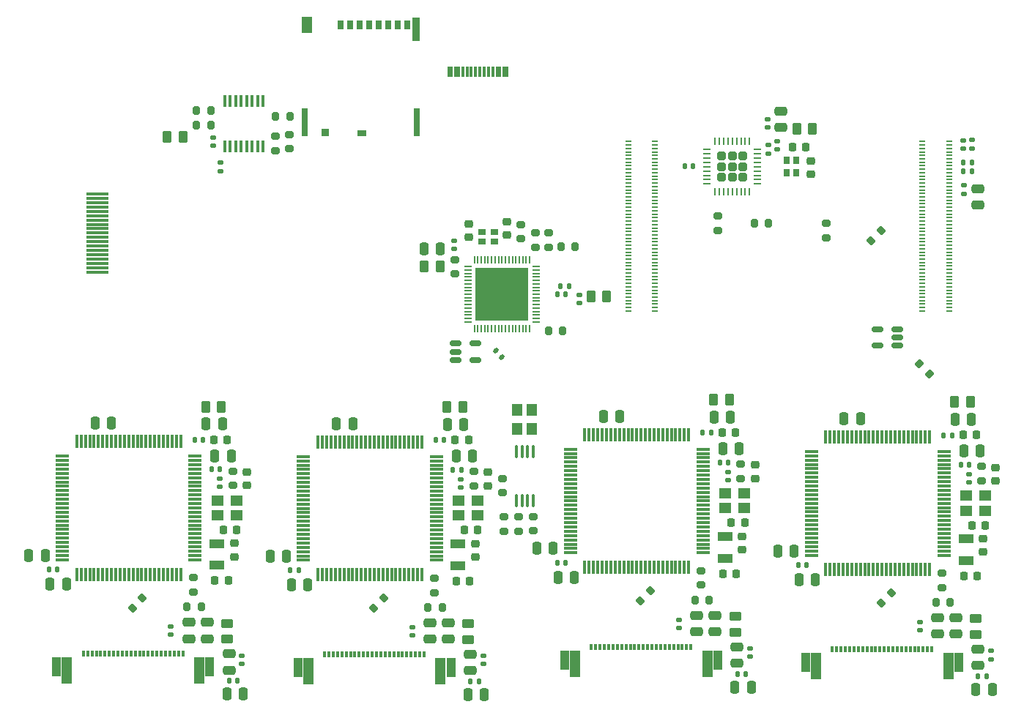
<source format=gbr>
%TF.GenerationSoftware,KiCad,Pcbnew,9.0.0*%
%TF.CreationDate,2026-01-02T12:40:45+01:00*%
%TF.ProjectId,camera,63616d65-7261-42e6-9b69-6361645f7063,rev?*%
%TF.SameCoordinates,Original*%
%TF.FileFunction,Paste,Top*%
%TF.FilePolarity,Positive*%
%FSLAX46Y46*%
G04 Gerber Fmt 4.6, Leading zero omitted, Abs format (unit mm)*
G04 Created by KiCad (PCBNEW 9.0.0) date 2026-01-02 12:40:45*
%MOMM*%
%LPD*%
G01*
G04 APERTURE LIST*
G04 Aperture macros list*
%AMRoundRect*
0 Rectangle with rounded corners*
0 $1 Rounding radius*
0 $2 $3 $4 $5 $6 $7 $8 $9 X,Y pos of 4 corners*
0 Add a 4 corners polygon primitive as box body*
4,1,4,$2,$3,$4,$5,$6,$7,$8,$9,$2,$3,0*
0 Add four circle primitives for the rounded corners*
1,1,$1+$1,$2,$3*
1,1,$1+$1,$4,$5*
1,1,$1+$1,$6,$7*
1,1,$1+$1,$8,$9*
0 Add four rect primitives between the rounded corners*
20,1,$1+$1,$2,$3,$4,$5,0*
20,1,$1+$1,$4,$5,$6,$7,0*
20,1,$1+$1,$6,$7,$8,$9,0*
20,1,$1+$1,$8,$9,$2,$3,0*%
G04 Aperture macros list end*
%ADD10RoundRect,0.200000X-0.275000X0.200000X-0.275000X-0.200000X0.275000X-0.200000X0.275000X0.200000X0*%
%ADD11RoundRect,0.250000X0.475000X-0.250000X0.475000X0.250000X-0.475000X0.250000X-0.475000X-0.250000X0*%
%ADD12RoundRect,0.250000X0.450000X-0.262500X0.450000X0.262500X-0.450000X0.262500X-0.450000X-0.262500X0*%
%ADD13RoundRect,0.150000X-0.512500X-0.150000X0.512500X-0.150000X0.512500X0.150000X-0.512500X0.150000X0*%
%ADD14RoundRect,0.140000X-0.170000X0.140000X-0.170000X-0.140000X0.170000X-0.140000X0.170000X0.140000X0*%
%ADD15RoundRect,0.250000X0.250000X0.475000X-0.250000X0.475000X-0.250000X-0.475000X0.250000X-0.475000X0*%
%ADD16RoundRect,0.200000X0.200000X0.275000X-0.200000X0.275000X-0.200000X-0.275000X0.200000X-0.275000X0*%
%ADD17RoundRect,0.225000X0.225000X0.250000X-0.225000X0.250000X-0.225000X-0.250000X0.225000X-0.250000X0*%
%ADD18RoundRect,0.140000X0.140000X0.170000X-0.140000X0.170000X-0.140000X-0.170000X0.140000X-0.170000X0*%
%ADD19RoundRect,0.225000X-0.250000X0.225000X-0.250000X-0.225000X0.250000X-0.225000X0.250000X0.225000X0*%
%ADD20R,1.800000X1.000000*%
%ADD21RoundRect,0.140000X0.170000X-0.140000X0.170000X0.140000X-0.170000X0.140000X-0.170000X-0.140000X0*%
%ADD22R,2.600000X0.300000*%
%ADD23R,0.800000X0.900000*%
%ADD24RoundRect,0.140000X-0.140000X-0.170000X0.140000X-0.170000X0.140000X0.170000X-0.140000X0.170000X0*%
%ADD25R,0.700000X0.200000*%
%ADD26RoundRect,0.250000X-0.250000X-0.475000X0.250000X-0.475000X0.250000X0.475000X-0.250000X0.475000X0*%
%ADD27RoundRect,0.250000X-0.475000X0.250000X-0.475000X-0.250000X0.475000X-0.250000X0.475000X0.250000X0*%
%ADD28R,0.355600X1.399800*%
%ADD29RoundRect,0.250000X-0.262500X-0.450000X0.262500X-0.450000X0.262500X0.450000X-0.262500X0.450000X0*%
%ADD30RoundRect,0.075000X0.725000X0.075000X-0.725000X0.075000X-0.725000X-0.075000X0.725000X-0.075000X0*%
%ADD31RoundRect,0.075000X0.075000X0.725000X-0.075000X0.725000X-0.075000X-0.725000X0.075000X-0.725000X0*%
%ADD32RoundRect,0.250000X0.262500X0.450000X-0.262500X0.450000X-0.262500X-0.450000X0.262500X-0.450000X0*%
%ADD33RoundRect,0.225000X0.250000X-0.225000X0.250000X0.225000X-0.250000X0.225000X-0.250000X-0.225000X0*%
%ADD34RoundRect,0.100000X-0.100000X0.637500X-0.100000X-0.637500X0.100000X-0.637500X0.100000X0.637500X0*%
%ADD35RoundRect,0.225000X-0.225000X-0.250000X0.225000X-0.250000X0.225000X0.250000X-0.225000X0.250000X0*%
%ADD36RoundRect,0.200000X-0.053033X0.335876X-0.335876X0.053033X0.053033X-0.335876X0.335876X-0.053033X0*%
%ADD37R,1.200000X1.400000*%
%ADD38R,1.400000X1.200000*%
%ADD39R,0.300000X0.800000*%
%ADD40R,1.100000X2.200000*%
%ADD41R,1.300000X3.050000*%
%ADD42RoundRect,0.200000X0.053033X-0.335876X0.335876X-0.053033X-0.053033X0.335876X-0.335876X0.053033X0*%
%ADD43RoundRect,0.150000X0.512500X0.150000X-0.512500X0.150000X-0.512500X-0.150000X0.512500X-0.150000X0*%
%ADD44RoundRect,0.135000X-0.185000X0.135000X-0.185000X-0.135000X0.185000X-0.135000X0.185000X0.135000X0*%
%ADD45R,0.711200X1.092200*%
%ADD46R,0.889000X0.939800*%
%ADD47R,1.041400X0.787400*%
%ADD48R,1.143000X1.828800*%
%ADD49R,0.711200X3.327400*%
%ADD50R,0.863600X2.794000*%
%ADD51RoundRect,0.140000X-0.219203X-0.021213X-0.021213X-0.219203X0.219203X0.021213X0.021213X0.219203X0*%
%ADD52RoundRect,0.247500X-0.247500X0.247500X-0.247500X-0.247500X0.247500X-0.247500X0.247500X0.247500X0*%
%ADD53RoundRect,0.062500X-0.062500X0.350000X-0.062500X-0.350000X0.062500X-0.350000X0.062500X0.350000X0*%
%ADD54RoundRect,0.062500X-0.350000X0.062500X-0.350000X-0.062500X0.350000X-0.062500X0.350000X0.062500X0*%
%ADD55R,0.900000X0.800000*%
%ADD56RoundRect,0.200000X0.335876X0.053033X0.053033X0.335876X-0.335876X-0.053033X-0.053033X-0.335876X0*%
%ADD57RoundRect,0.200000X-0.200000X-0.275000X0.200000X-0.275000X0.200000X0.275000X-0.200000X0.275000X0*%
%ADD58RoundRect,0.200000X0.275000X-0.200000X0.275000X0.200000X-0.275000X0.200000X-0.275000X-0.200000X0*%
%ADD59R,0.850000X0.200000*%
%ADD60R,0.200000X0.850000*%
%ADD61R,6.200000X6.200000*%
%ADD62R,0.300000X1.150000*%
G04 APERTURE END LIST*
D10*
%TO.C,R22*%
X92640000Y-34850000D03*
X92640000Y-36500000D03*
%TD*%
D11*
%TO.C,C88*%
X124660000Y-45580000D03*
X124660000Y-43680000D03*
%TD*%
D10*
%TO.C,R38*%
X120525000Y-34900000D03*
X120525000Y-36550000D03*
%TD*%
D12*
%TO.C,FB6*%
X96550000Y-41932500D03*
X96550000Y-40107500D03*
%TD*%
D13*
%TO.C,U1*%
X123010000Y-7760000D03*
X123010000Y-8710000D03*
X123010000Y-9660000D03*
X125285000Y-9660000D03*
X125285000Y-7760000D03*
%TD*%
D14*
%TO.C,C27*%
X159015000Y18215000D03*
X159015000Y17255000D03*
%TD*%
D12*
%TO.C,FB8*%
X155277500Y-41130000D03*
X155277500Y-39305000D03*
%TD*%
D15*
%TO.C,C47*%
X96029998Y-17065000D03*
X94129998Y-17065000D03*
%TD*%
D16*
%TO.C,R7*%
X136810000Y3475000D03*
X135160000Y3475000D03*
%TD*%
%TO.C,R5*%
X135342500Y-6270000D03*
X133692500Y-6270000D03*
%TD*%
D10*
%TO.C,R17*%
X153320000Y7010000D03*
X153320000Y5360000D03*
%TD*%
D17*
%TO.C,C71*%
X155417500Y-34352500D03*
X153867500Y-34352500D03*
%TD*%
D15*
%TO.C,C93*%
X123914998Y-17115000D03*
X122014998Y-17115000D03*
%TD*%
D18*
%TO.C,C26*%
X150395000Y12730000D03*
X149435000Y12730000D03*
%TD*%
D19*
%TO.C,C95*%
X125265000Y-30905000D03*
X125265000Y-32455000D03*
%TD*%
D14*
%TO.C,C21*%
X94980000Y16095100D03*
X94980000Y15135100D03*
%TD*%
D20*
%TO.C,Y8*%
X154097500Y-30087500D03*
X154097500Y-32587500D03*
%TD*%
D10*
%TO.C,R4*%
X131935000Y-27775000D03*
X131935000Y-29425000D03*
%TD*%
D20*
%TO.C,Y5*%
X95370000Y-30890000D03*
X95370000Y-33390000D03*
%TD*%
D10*
%TO.C,R8*%
X133735000Y5055000D03*
X133735000Y3405000D03*
%TD*%
D21*
%TO.C,C25*%
X160165000Y14700000D03*
X160165000Y15660000D03*
%TD*%
D18*
%TO.C,C81*%
X104830000Y-33945000D03*
X103870000Y-33945000D03*
%TD*%
D15*
%TO.C,C84*%
X126313899Y-48363899D03*
X124413899Y-48363899D03*
%TD*%
D19*
%TO.C,C49*%
X97380000Y-30855000D03*
X97380000Y-32405000D03*
%TD*%
D16*
%TO.C,R49*%
X180131101Y-37690618D03*
X178481101Y-37690618D03*
%TD*%
D15*
%TO.C,C70*%
X154757498Y-16262500D03*
X152857498Y-16262500D03*
%TD*%
D18*
%TO.C,C59*%
X154472500Y-21482500D03*
X153512500Y-21482500D03*
%TD*%
D12*
%TO.C,FB10*%
X124435000Y-41982500D03*
X124435000Y-40157500D03*
%TD*%
D22*
%TO.C,J3*%
X81595000Y533000D03*
X81595000Y1033000D03*
X81595000Y1533000D03*
X81595000Y2033000D03*
X81595000Y2533000D03*
X81595000Y3033000D03*
X81595000Y3533000D03*
X81595000Y4033000D03*
X81595000Y4533000D03*
X81595000Y5033000D03*
X81595000Y5533000D03*
X81595000Y6033000D03*
X81595000Y6533000D03*
X81595000Y7033000D03*
X81595000Y7533000D03*
X81595000Y8033000D03*
X81595000Y8533000D03*
X81595000Y9033000D03*
X81595000Y9533000D03*
%TD*%
D23*
%TO.C,Y3*%
X162360000Y12025000D03*
X162360000Y13425000D03*
X161260000Y13425000D03*
X161260000Y12025000D03*
%TD*%
D11*
%TO.C,C45*%
X92140000Y-41890000D03*
X92140000Y-39990000D03*
%TD*%
D24*
%TO.C,C4*%
X181670000Y13170000D03*
X182630000Y13170000D03*
%TD*%
%TO.C,C16*%
X135115000Y-1090000D03*
X136075000Y-1090000D03*
%TD*%
D25*
%TO.C,U3*%
X180015000Y-3985000D03*
X176935000Y-3985000D03*
X180015000Y-3585000D03*
X176935000Y-3585000D03*
X180015000Y-3185000D03*
X176935000Y-3185000D03*
X180015000Y-2785000D03*
X176935000Y-2785000D03*
X180015000Y-2385000D03*
X176935000Y-2385000D03*
X180015000Y-1985000D03*
X176935000Y-1985000D03*
X180015000Y-1585000D03*
X176935000Y-1585000D03*
X180015000Y-1185000D03*
X176935000Y-1185000D03*
X180015000Y-785000D03*
X176935000Y-785000D03*
X180015000Y-385000D03*
X176935000Y-385000D03*
X180015000Y15000D03*
X176935000Y15000D03*
X180015000Y415000D03*
X176935000Y415000D03*
X180015000Y815000D03*
X176935000Y815000D03*
X180015000Y1215000D03*
X176935000Y1215000D03*
X180015000Y1615000D03*
X176935000Y1615000D03*
X180015000Y2015000D03*
X176935000Y2015000D03*
X180015000Y2415000D03*
X176935000Y2415000D03*
X180015000Y2815000D03*
X176935000Y2815000D03*
X180015000Y3215000D03*
X176935000Y3215000D03*
X180015000Y3615000D03*
X176935000Y3615000D03*
X180015000Y4015000D03*
X176935000Y4015000D03*
X180015000Y4415000D03*
X176935000Y4415000D03*
X180015000Y4815000D03*
X176935000Y4815000D03*
X180015000Y5215000D03*
X176935000Y5215000D03*
X180015000Y5615000D03*
X176935000Y5615000D03*
X180015000Y6015000D03*
X176935000Y6015000D03*
X180015000Y6415000D03*
X176935000Y6415000D03*
X180015000Y6815000D03*
X176935000Y6815000D03*
X180015000Y7215000D03*
X176935000Y7215000D03*
X180015000Y7615000D03*
X176935000Y7615000D03*
X180015000Y8015000D03*
X176935000Y8015000D03*
X180015000Y8415000D03*
X176935000Y8415000D03*
X180015000Y8815000D03*
X176935000Y8815000D03*
X180015000Y9215000D03*
X176935000Y9215000D03*
X180015000Y9615000D03*
X176935000Y9615000D03*
X180015000Y10015000D03*
X176935000Y10015000D03*
X180015000Y10415000D03*
X176935000Y10415000D03*
X180015000Y10815000D03*
X176935000Y10815000D03*
X180015000Y11215000D03*
X176935000Y11215000D03*
X180015000Y11615000D03*
X176935000Y11615000D03*
X180015000Y12015000D03*
X176935000Y12015000D03*
X180015000Y12415000D03*
X176935000Y12415000D03*
X180015000Y12815000D03*
X176935000Y12815000D03*
X180015000Y13215000D03*
X176935000Y13215000D03*
X180015000Y13615000D03*
X176935000Y13615000D03*
X180015000Y14015000D03*
X176935000Y14015000D03*
X180015000Y14415000D03*
X176935000Y14415000D03*
X180015000Y14815000D03*
X176935000Y14815000D03*
X180015000Y15215000D03*
X176935000Y15215000D03*
X180015000Y15615000D03*
X176935000Y15615000D03*
X146015000Y-3985000D03*
X142935000Y-3985000D03*
X146015000Y-3585000D03*
X142935000Y-3585000D03*
X146015000Y-3185000D03*
X142935000Y-3185000D03*
X146015000Y-2785000D03*
X142935000Y-2785000D03*
X146015000Y-2385000D03*
X142935000Y-2385000D03*
X146015000Y-1985000D03*
X142935000Y-1985000D03*
X146015000Y-1585000D03*
X142935000Y-1585000D03*
X146015000Y-1185000D03*
X142935000Y-1185000D03*
X146015000Y-785000D03*
X142935000Y-785000D03*
X146015000Y-385000D03*
X142935000Y-385000D03*
X146015000Y15000D03*
X142935000Y15000D03*
X146015000Y415000D03*
X142935000Y415000D03*
X146015000Y815000D03*
X142935000Y815000D03*
X146015000Y1215000D03*
X142935000Y1215000D03*
X146015000Y1615000D03*
X142935000Y1615000D03*
X146015000Y2015000D03*
X142935000Y2015000D03*
X146015000Y2415000D03*
X142935000Y2415000D03*
X146015000Y2815000D03*
X142935000Y2815000D03*
X146015000Y3215000D03*
X142935000Y3215000D03*
X146015000Y3615000D03*
X142935000Y3615000D03*
X146015000Y4015000D03*
X142935000Y4015000D03*
X146015000Y4415000D03*
X142935000Y4415000D03*
X146015000Y4815000D03*
X142935000Y4815000D03*
X146015000Y5215000D03*
X142935000Y5215000D03*
X146015000Y5615000D03*
X142935000Y5615000D03*
X146015000Y6015000D03*
X142935000Y6015000D03*
X146015000Y6415000D03*
X142935000Y6415000D03*
X146015000Y6815000D03*
X142935000Y6815000D03*
X146015000Y7215000D03*
X142935000Y7215000D03*
X146015000Y7615000D03*
X142935000Y7615000D03*
X146015000Y8015000D03*
X142935000Y8015000D03*
X146015000Y8415000D03*
X142935000Y8415000D03*
X146015000Y8815000D03*
X142935000Y8815000D03*
X146015000Y9215000D03*
X142935000Y9215000D03*
X146015000Y9615000D03*
X142935000Y9615000D03*
X146015000Y10015000D03*
X142935000Y10015000D03*
X146015000Y10415000D03*
X142935000Y10415000D03*
X146015000Y10815000D03*
X142935000Y10815000D03*
X146015000Y11215000D03*
X142935000Y11215000D03*
X146015000Y11615000D03*
X142935000Y11615000D03*
X146015000Y12015000D03*
X142935000Y12015000D03*
X146015000Y12415000D03*
X142935000Y12415000D03*
X146015000Y12815000D03*
X142935000Y12815000D03*
X146015000Y13215000D03*
X142935000Y13215000D03*
X146015000Y13615000D03*
X142935000Y13615000D03*
X146015000Y14015000D03*
X142935000Y14015000D03*
X146015000Y14415000D03*
X142935000Y14415000D03*
X146015000Y14815000D03*
X142935000Y14815000D03*
X146015000Y15215000D03*
X142935000Y15215000D03*
X146015000Y15615000D03*
X142935000Y15615000D03*
%TD*%
D26*
%TO.C,C80*%
X101512500Y-32318899D03*
X103412500Y-32318899D03*
%TD*%
D21*
%TO.C,C54*%
X154446399Y-23537499D03*
X154446399Y-22577499D03*
%TD*%
D16*
%TO.C,R14*%
X94665000Y19205100D03*
X93015000Y19205100D03*
%TD*%
D11*
%TO.C,C91*%
X120025000Y-41940000D03*
X120025000Y-40040000D03*
%TD*%
D19*
%TO.C,C76*%
X126715000Y-22660000D03*
X126715000Y-24210000D03*
%TD*%
D17*
%TO.C,C94*%
X124575000Y-35205000D03*
X123025000Y-35205000D03*
%TD*%
D15*
%TO.C,C107*%
X185005000Y-47779517D03*
X183105000Y-47779517D03*
%TD*%
D27*
%TO.C,C7*%
X183335000Y10150000D03*
X183335000Y8250000D03*
%TD*%
D16*
%TO.C,R15*%
X94665000Y17540100D03*
X93015000Y17540100D03*
%TD*%
D10*
%TO.C,R9*%
X132165000Y5060000D03*
X132165000Y3410000D03*
%TD*%
D24*
%TO.C,C85*%
X124683899Y-46823899D03*
X125643899Y-46823899D03*
%TD*%
D10*
%TO.C,R45*%
X183791101Y-21960618D03*
X183791101Y-23610618D03*
%TD*%
D21*
%TO.C,C100*%
X182295000Y-23805617D03*
X182295000Y-22845617D03*
%TD*%
D11*
%TO.C,C115*%
X180811101Y-41370618D03*
X180811101Y-39470618D03*
%TD*%
D18*
%TO.C,C36*%
X95745000Y-22285000D03*
X94785000Y-22285000D03*
%TD*%
D15*
%TO.C,C56*%
X141932500Y-16177500D03*
X140032500Y-16177500D03*
%TD*%
D28*
%TO.C,U8*%
X100735000Y20346500D03*
X100100000Y20346500D03*
X99465000Y20346500D03*
X98830000Y20346500D03*
X98195000Y20346500D03*
X97560000Y20346500D03*
X96925000Y20346500D03*
X96290000Y20346500D03*
X96290000Y15035100D03*
X96925000Y15035100D03*
X97560000Y15035100D03*
X98195000Y15035100D03*
X98830000Y15035100D03*
X99465000Y15035100D03*
X100100000Y15035100D03*
X100735000Y15035100D03*
%TD*%
D25*
%TO.C,J5*%
X142935000Y15615000D03*
X146015000Y15615000D03*
X142935000Y15215000D03*
X146015000Y15215000D03*
X142935000Y14815000D03*
X146015000Y14815000D03*
X142935000Y14415000D03*
X146015000Y14415000D03*
X142935000Y14015000D03*
X146015000Y14015000D03*
X142935000Y13615000D03*
X146015000Y13615000D03*
X142935000Y13215000D03*
X146015000Y13215000D03*
X142935000Y12815000D03*
X146015000Y12815000D03*
X142935000Y12415000D03*
X146015000Y12415000D03*
X142935000Y12015000D03*
X146015000Y12015000D03*
X142935000Y11615000D03*
X146015000Y11615000D03*
X142935000Y11215000D03*
X146015000Y11215000D03*
X142935000Y10815000D03*
X146015000Y10815000D03*
X142935000Y10415000D03*
X146015000Y10415000D03*
X142935000Y10015000D03*
X146015000Y10015000D03*
X142935000Y9615000D03*
X146015000Y9615000D03*
X142935000Y9215000D03*
X146015000Y9215000D03*
X142935000Y8815000D03*
X146015000Y8815000D03*
X142935000Y8415000D03*
X146015000Y8415000D03*
X142935000Y8015000D03*
X146015000Y8015000D03*
X142935000Y7615000D03*
X146015000Y7615000D03*
X142935000Y7215000D03*
X146015000Y7215000D03*
X142935000Y6815000D03*
X146015000Y6815000D03*
X142935000Y6415000D03*
X146015000Y6415000D03*
X142935000Y6015000D03*
X146015000Y6015000D03*
X142935000Y5615000D03*
X146015000Y5615000D03*
X142935000Y5215000D03*
X146015000Y5215000D03*
X142935000Y4815000D03*
X146015000Y4815000D03*
X142935000Y4415000D03*
X146015000Y4415000D03*
X142935000Y4015000D03*
X146015000Y4015000D03*
X142935000Y3615000D03*
X146015000Y3615000D03*
X142935000Y3215000D03*
X146015000Y3215000D03*
X142935000Y2815000D03*
X146015000Y2815000D03*
X142935000Y2415000D03*
X146015000Y2415000D03*
X142935000Y2015000D03*
X146015000Y2015000D03*
X142935000Y1615000D03*
X146015000Y1615000D03*
X142935000Y1215000D03*
X146015000Y1215000D03*
X142935000Y815000D03*
X146015000Y815000D03*
X142935000Y415000D03*
X146015000Y415000D03*
X142935000Y15000D03*
X146015000Y15000D03*
X142935000Y-385000D03*
X146015000Y-385000D03*
X142935000Y-785000D03*
X146015000Y-785000D03*
X142935000Y-1185000D03*
X146015000Y-1185000D03*
X142935000Y-1585000D03*
X146015000Y-1585000D03*
X142935000Y-1985000D03*
X146015000Y-1985000D03*
X142935000Y-2385000D03*
X146015000Y-2385000D03*
X142935000Y-2785000D03*
X146015000Y-2785000D03*
X142935000Y-3185000D03*
X146015000Y-3185000D03*
X142935000Y-3585000D03*
X146015000Y-3585000D03*
X142935000Y-3985000D03*
X146015000Y-3985000D03*
%TD*%
D21*
%TO.C,C2*%
X181675000Y14800000D03*
X181675000Y15760000D03*
%TD*%
D24*
%TO.C,C15*%
X134700000Y-2080000D03*
X135660000Y-2080000D03*
%TD*%
D18*
%TO.C,C58*%
X135672500Y-33092500D03*
X134712500Y-33092500D03*
%TD*%
D29*
%TO.C,FB2*%
X119347500Y1180000D03*
X121172500Y1180000D03*
%TD*%
D19*
%TO.C,C30*%
X98830000Y-22610000D03*
X98830000Y-24160000D03*
%TD*%
%TO.C,C72*%
X156107500Y-30052500D03*
X156107500Y-31602500D03*
%TD*%
D12*
%TO.C,FB12*%
X183126101Y-41398118D03*
X183126101Y-39573118D03*
%TD*%
D21*
%TO.C,C110*%
X184865000Y-44259517D03*
X184865000Y-43299517D03*
%TD*%
D30*
%TO.C,U11*%
X151587500Y-31962500D03*
X151587500Y-31462500D03*
X151587500Y-30962500D03*
X151587500Y-30462500D03*
X151587500Y-29962500D03*
X151587500Y-29462500D03*
X151587500Y-28962500D03*
X151587500Y-28462500D03*
X151587500Y-27962500D03*
X151587500Y-27462500D03*
X151587500Y-26962500D03*
X151587500Y-26462500D03*
X151587500Y-25962500D03*
X151587500Y-25462500D03*
X151587500Y-24962500D03*
X151587500Y-24462500D03*
X151587500Y-23962500D03*
X151587500Y-23462500D03*
X151587500Y-22962500D03*
X151587500Y-22462500D03*
X151587500Y-21962500D03*
X151587500Y-21462500D03*
X151587500Y-20962500D03*
X151587500Y-20462500D03*
X151587500Y-19962500D03*
D31*
X149912500Y-18287500D03*
X149412500Y-18287500D03*
X148912500Y-18287500D03*
X148412500Y-18287500D03*
X147912500Y-18287500D03*
X147412500Y-18287500D03*
X146912500Y-18287500D03*
X146412500Y-18287500D03*
X145912500Y-18287500D03*
X145412500Y-18287500D03*
X144912500Y-18287500D03*
X144412500Y-18287500D03*
X143912500Y-18287500D03*
X143412500Y-18287500D03*
X142912500Y-18287500D03*
X142412500Y-18287500D03*
X141912500Y-18287500D03*
X141412500Y-18287500D03*
X140912500Y-18287500D03*
X140412500Y-18287500D03*
X139912500Y-18287500D03*
X139412500Y-18287500D03*
X138912500Y-18287500D03*
X138412500Y-18287500D03*
X137912500Y-18287500D03*
D30*
X136237500Y-19962500D03*
X136237500Y-20462500D03*
X136237500Y-20962500D03*
X136237500Y-21462500D03*
X136237500Y-21962500D03*
X136237500Y-22462500D03*
X136237500Y-22962500D03*
X136237500Y-23462500D03*
X136237500Y-23962500D03*
X136237500Y-24462500D03*
X136237500Y-24962500D03*
X136237500Y-25462500D03*
X136237500Y-25962500D03*
X136237500Y-26462500D03*
X136237500Y-26962500D03*
X136237500Y-27462500D03*
X136237500Y-27962500D03*
X136237500Y-28462500D03*
X136237500Y-28962500D03*
X136237500Y-29462500D03*
X136237500Y-29962500D03*
X136237500Y-30462500D03*
X136237500Y-30962500D03*
X136237500Y-31462500D03*
X136237500Y-31962500D03*
D31*
X137912500Y-33637500D03*
X138412500Y-33637500D03*
X138912500Y-33637500D03*
X139412500Y-33637500D03*
X139912500Y-33637500D03*
X140412500Y-33637500D03*
X140912500Y-33637500D03*
X141412500Y-33637500D03*
X141912500Y-33637500D03*
X142412500Y-33637500D03*
X142912500Y-33637500D03*
X143412500Y-33637500D03*
X143912500Y-33637500D03*
X144412500Y-33637500D03*
X144912500Y-33637500D03*
X145412500Y-33637500D03*
X145912500Y-33637500D03*
X146412500Y-33637500D03*
X146912500Y-33637500D03*
X147412500Y-33637500D03*
X147912500Y-33637500D03*
X148412500Y-33637500D03*
X148912500Y-33637500D03*
X149412500Y-33637500D03*
X149912500Y-33637500D03*
%TD*%
D17*
%TO.C,C52*%
X156372500Y-28497498D03*
X154822500Y-28497498D03*
%TD*%
D29*
%TO.C,FB5*%
X94082498Y-15060000D03*
X95907498Y-15060000D03*
%TD*%
D16*
%TO.C,R25*%
X93555000Y-38225000D03*
X91905000Y-38225000D03*
%TD*%
D32*
%TO.C,FB1*%
X140440000Y-2300000D03*
X138615000Y-2300000D03*
%TD*%
D29*
%TO.C,FB4*%
X162412500Y17105000D03*
X164237500Y17105000D03*
%TD*%
D33*
%TO.C,C17*%
X128930000Y4805000D03*
X128930000Y6355000D03*
%TD*%
D26*
%TO.C,C34*%
X73627500Y-32268899D03*
X75527500Y-32268899D03*
%TD*%
D29*
%TO.C,FB7*%
X152809998Y-14257500D03*
X154634998Y-14257500D03*
%TD*%
D18*
%TO.C,C105*%
X182321101Y-21750618D03*
X181361101Y-21750618D03*
%TD*%
D34*
%TO.C,U2*%
X131945000Y-20222500D03*
X131295000Y-20222500D03*
X130645000Y-20222500D03*
X129995000Y-20222500D03*
X129995000Y-25947500D03*
X130645000Y-25947500D03*
X131295000Y-25947500D03*
X131945000Y-25947500D03*
%TD*%
D35*
%TO.C,R31*%
X153757498Y-18072500D03*
X155307498Y-18072500D03*
%TD*%
D11*
%TO.C,C42*%
X96775000Y-45530000D03*
X96775000Y-43630000D03*
%TD*%
D21*
%TO.C,C67*%
X148787500Y-40652500D03*
X148787500Y-39692500D03*
%TD*%
D11*
%TO.C,C46*%
X94235000Y-41905000D03*
X94235000Y-40005000D03*
%TD*%
D30*
%TO.C,U12*%
X120745000Y-32815000D03*
X120745000Y-32315000D03*
X120745000Y-31815000D03*
X120745000Y-31315000D03*
X120745000Y-30815000D03*
X120745000Y-30315000D03*
X120745000Y-29815000D03*
X120745000Y-29315000D03*
X120745000Y-28815000D03*
X120745000Y-28315000D03*
X120745000Y-27815000D03*
X120745000Y-27315000D03*
X120745000Y-26815000D03*
X120745000Y-26315000D03*
X120745000Y-25815000D03*
X120745000Y-25315000D03*
X120745000Y-24815000D03*
X120745000Y-24315000D03*
X120745000Y-23815000D03*
X120745000Y-23315000D03*
X120745000Y-22815000D03*
X120745000Y-22315000D03*
X120745000Y-21815000D03*
X120745000Y-21315000D03*
X120745000Y-20815000D03*
D31*
X119070000Y-19140000D03*
X118570000Y-19140000D03*
X118070000Y-19140000D03*
X117570000Y-19140000D03*
X117070000Y-19140000D03*
X116570000Y-19140000D03*
X116070000Y-19140000D03*
X115570000Y-19140000D03*
X115070000Y-19140000D03*
X114570000Y-19140000D03*
X114070000Y-19140000D03*
X113570000Y-19140000D03*
X113070000Y-19140000D03*
X112570000Y-19140000D03*
X112070000Y-19140000D03*
X111570000Y-19140000D03*
X111070000Y-19140000D03*
X110570000Y-19140000D03*
X110070000Y-19140000D03*
X109570000Y-19140000D03*
X109070000Y-19140000D03*
X108570000Y-19140000D03*
X108070000Y-19140000D03*
X107570000Y-19140000D03*
X107070000Y-19140000D03*
D30*
X105395000Y-20815000D03*
X105395000Y-21315000D03*
X105395000Y-21815000D03*
X105395000Y-22315000D03*
X105395000Y-22815000D03*
X105395000Y-23315000D03*
X105395000Y-23815000D03*
X105395000Y-24315000D03*
X105395000Y-24815000D03*
X105395000Y-25315000D03*
X105395000Y-25815000D03*
X105395000Y-26315000D03*
X105395000Y-26815000D03*
X105395000Y-27315000D03*
X105395000Y-27815000D03*
X105395000Y-28315000D03*
X105395000Y-28815000D03*
X105395000Y-29315000D03*
X105395000Y-29815000D03*
X105395000Y-30315000D03*
X105395000Y-30815000D03*
X105395000Y-31315000D03*
X105395000Y-31815000D03*
X105395000Y-32315000D03*
X105395000Y-32815000D03*
D31*
X107070000Y-34490000D03*
X107570000Y-34490000D03*
X108070000Y-34490000D03*
X108570000Y-34490000D03*
X109070000Y-34490000D03*
X109570000Y-34490000D03*
X110070000Y-34490000D03*
X110570000Y-34490000D03*
X111070000Y-34490000D03*
X111570000Y-34490000D03*
X112070000Y-34490000D03*
X112570000Y-34490000D03*
X113070000Y-34490000D03*
X113570000Y-34490000D03*
X114070000Y-34490000D03*
X114570000Y-34490000D03*
X115070000Y-34490000D03*
X115570000Y-34490000D03*
X116070000Y-34490000D03*
X116570000Y-34490000D03*
X117070000Y-34490000D03*
X117570000Y-34490000D03*
X118070000Y-34490000D03*
X118570000Y-34490000D03*
X119070000Y-34490000D03*
%TD*%
D36*
%TO.C,R32*%
X145500863Y-36359137D03*
X144334137Y-37525863D03*
%TD*%
D10*
%TO.C,R1*%
X128350000Y-23367500D03*
X128350000Y-25017500D03*
%TD*%
D30*
%TO.C,U13*%
X179436101Y-32230618D03*
X179436101Y-31730618D03*
X179436101Y-31230618D03*
X179436101Y-30730618D03*
X179436101Y-30230618D03*
X179436101Y-29730618D03*
X179436101Y-29230618D03*
X179436101Y-28730618D03*
X179436101Y-28230618D03*
X179436101Y-27730618D03*
X179436101Y-27230618D03*
X179436101Y-26730618D03*
X179436101Y-26230618D03*
X179436101Y-25730618D03*
X179436101Y-25230618D03*
X179436101Y-24730618D03*
X179436101Y-24230618D03*
X179436101Y-23730618D03*
X179436101Y-23230618D03*
X179436101Y-22730618D03*
X179436101Y-22230618D03*
X179436101Y-21730618D03*
X179436101Y-21230618D03*
X179436101Y-20730618D03*
X179436101Y-20230618D03*
D31*
X177761101Y-18555618D03*
X177261101Y-18555618D03*
X176761101Y-18555618D03*
X176261101Y-18555618D03*
X175761101Y-18555618D03*
X175261101Y-18555618D03*
X174761101Y-18555618D03*
X174261101Y-18555618D03*
X173761101Y-18555618D03*
X173261101Y-18555618D03*
X172761101Y-18555618D03*
X172261101Y-18555618D03*
X171761101Y-18555618D03*
X171261101Y-18555618D03*
X170761101Y-18555618D03*
X170261101Y-18555618D03*
X169761101Y-18555618D03*
X169261101Y-18555618D03*
X168761101Y-18555618D03*
X168261101Y-18555618D03*
X167761101Y-18555618D03*
X167261101Y-18555618D03*
X166761101Y-18555618D03*
X166261101Y-18555618D03*
X165761101Y-18555618D03*
D30*
X164086101Y-20230618D03*
X164086101Y-20730618D03*
X164086101Y-21230618D03*
X164086101Y-21730618D03*
X164086101Y-22230618D03*
X164086101Y-22730618D03*
X164086101Y-23230618D03*
X164086101Y-23730618D03*
X164086101Y-24230618D03*
X164086101Y-24730618D03*
X164086101Y-25230618D03*
X164086101Y-25730618D03*
X164086101Y-26230618D03*
X164086101Y-26730618D03*
X164086101Y-27230618D03*
X164086101Y-27730618D03*
X164086101Y-28230618D03*
X164086101Y-28730618D03*
X164086101Y-29230618D03*
X164086101Y-29730618D03*
X164086101Y-30230618D03*
X164086101Y-30730618D03*
X164086101Y-31230618D03*
X164086101Y-31730618D03*
X164086101Y-32230618D03*
D31*
X165761101Y-33905618D03*
X166261101Y-33905618D03*
X166761101Y-33905618D03*
X167261101Y-33905618D03*
X167761101Y-33905618D03*
X168261101Y-33905618D03*
X168761101Y-33905618D03*
X169261101Y-33905618D03*
X169761101Y-33905618D03*
X170261101Y-33905618D03*
X170761101Y-33905618D03*
X171261101Y-33905618D03*
X171761101Y-33905618D03*
X172261101Y-33905618D03*
X172761101Y-33905618D03*
X173261101Y-33905618D03*
X173761101Y-33905618D03*
X174261101Y-33905618D03*
X174761101Y-33905618D03*
X175261101Y-33905618D03*
X175761101Y-33905618D03*
X176261101Y-33905618D03*
X176761101Y-33905618D03*
X177261101Y-33905618D03*
X177761101Y-33905618D03*
%TD*%
D37*
%TO.C,Y1*%
X130050000Y-15447500D03*
X130050000Y-17647500D03*
X131750000Y-17647500D03*
X131750000Y-15447500D03*
%TD*%
D10*
%TO.C,R2*%
X128580000Y-27790000D03*
X128580000Y-29440000D03*
%TD*%
D38*
%TO.C,Y10*%
X123305000Y-27650000D03*
X125505000Y-27650000D03*
X125505000Y-25950000D03*
X123305000Y-25950000D03*
%TD*%
D21*
%TO.C,C90*%
X117945000Y-41505000D03*
X117945000Y-40545000D03*
%TD*%
D10*
%TO.C,R21*%
X97215000Y-22495000D03*
X97215000Y-24145000D03*
%TD*%
D15*
%TO.C,C60*%
X136712500Y-34802500D03*
X134812500Y-34802500D03*
%TD*%
D20*
%TO.C,Y11*%
X123255000Y-30940000D03*
X123255000Y-33440000D03*
%TD*%
D15*
%TO.C,C106*%
X164561101Y-35070618D03*
X162661101Y-35070618D03*
%TD*%
D19*
%TO.C,C53*%
X157557500Y-21807500D03*
X157557500Y-23357500D03*
%TD*%
D17*
%TO.C,C29*%
X97645000Y-29299998D03*
X96095000Y-29299998D03*
%TD*%
D18*
%TO.C,C112*%
X180336101Y-18345618D03*
X179376101Y-18345618D03*
%TD*%
D21*
%TO.C,C64*%
X157016399Y-43991399D03*
X157016399Y-43031399D03*
%TD*%
D15*
%TO.C,C63*%
X155757500Y-19927500D03*
X153857500Y-19927500D03*
%TD*%
D10*
%TO.C,R13*%
X103742500Y16426901D03*
X103742500Y14776901D03*
%TD*%
D35*
%TO.C,R23*%
X95029998Y-18875000D03*
X96579998Y-18875000D03*
%TD*%
D38*
%TO.C,Y4*%
X95420000Y-27600000D03*
X97620000Y-27600000D03*
X97620000Y-25900000D03*
X95420000Y-25900000D03*
%TD*%
D39*
%TO.C,J7*%
X79943899Y-43654999D03*
X80443899Y-43654999D03*
X80943899Y-43654999D03*
X81443899Y-43654999D03*
X81943899Y-43654999D03*
X82443899Y-43654999D03*
X82943899Y-43654999D03*
X83443899Y-43654999D03*
X83943899Y-43654999D03*
X84443899Y-43654999D03*
X84943899Y-43654999D03*
X85443899Y-43654999D03*
X85943899Y-43654999D03*
X86443899Y-43654999D03*
X86943899Y-43654999D03*
X87443899Y-43654999D03*
X87943899Y-43654999D03*
X88443899Y-43654999D03*
X88943899Y-43654999D03*
X89443899Y-43654999D03*
X89943899Y-43654999D03*
X90443899Y-43654999D03*
X90943899Y-43654999D03*
X91443899Y-43654999D03*
D40*
X76843899Y-45154999D03*
X94543899Y-45154999D03*
D41*
X78043899Y-45579999D03*
X93343899Y-45579999D03*
%TD*%
D26*
%TO.C,C20*%
X119330000Y3170000D03*
X121230000Y3170000D03*
%TD*%
D39*
%TO.C,J11*%
X107828899Y-43704999D03*
X108328899Y-43704999D03*
X108828899Y-43704999D03*
X109328899Y-43704999D03*
X109828899Y-43704999D03*
X110328899Y-43704999D03*
X110828899Y-43704999D03*
X111328899Y-43704999D03*
X111828899Y-43704999D03*
X112328899Y-43704999D03*
X112828899Y-43704999D03*
X113328899Y-43704999D03*
X113828899Y-43704999D03*
X114328899Y-43704999D03*
X114828899Y-43704999D03*
X115328899Y-43704999D03*
X115828899Y-43704999D03*
X116328899Y-43704999D03*
X116828899Y-43704999D03*
X117328899Y-43704999D03*
X117828899Y-43704999D03*
X118328899Y-43704999D03*
X118828899Y-43704999D03*
X119328899Y-43704999D03*
D40*
X104728899Y-45204999D03*
X122428899Y-45204999D03*
D41*
X105928899Y-45629999D03*
X121228899Y-45629999D03*
%TD*%
D15*
%TO.C,C83*%
X105870000Y-35655000D03*
X103970000Y-35655000D03*
%TD*%
D42*
%TO.C,R6*%
X171011637Y4161637D03*
X172178363Y5328363D03*
%TD*%
D18*
%TO.C,C89*%
X121645000Y-18930000D03*
X120685000Y-18930000D03*
%TD*%
D15*
%TO.C,C33*%
X83205000Y-16980000D03*
X81305000Y-16980000D03*
%TD*%
D10*
%TO.C,R3*%
X130275000Y-27790000D03*
X130275000Y-29440000D03*
%TD*%
D39*
%TO.C,J9*%
X138671399Y-42852499D03*
X139171399Y-42852499D03*
X139671399Y-42852499D03*
X140171399Y-42852499D03*
X140671399Y-42852499D03*
X141171399Y-42852499D03*
X141671399Y-42852499D03*
X142171399Y-42852499D03*
X142671399Y-42852499D03*
X143171399Y-42852499D03*
X143671399Y-42852499D03*
X144171399Y-42852499D03*
X144671399Y-42852499D03*
X145171399Y-42852499D03*
X145671399Y-42852499D03*
X146171399Y-42852499D03*
X146671399Y-42852499D03*
X147171399Y-42852499D03*
X147671399Y-42852499D03*
X148171399Y-42852499D03*
X148671399Y-42852499D03*
X149171399Y-42852499D03*
X149671399Y-42852499D03*
X150171399Y-42852499D03*
D40*
X135571399Y-44352499D03*
X153271399Y-44352499D03*
D41*
X136771399Y-44777499D03*
X152071399Y-44777499D03*
%TD*%
D43*
%TO.C,U15*%
X174027500Y-8007500D03*
X174027500Y-7057500D03*
X174027500Y-6107500D03*
X171752500Y-6107500D03*
X171752500Y-8007500D03*
%TD*%
D21*
%TO.C,C14*%
X137320000Y-3060000D03*
X137320000Y-2100000D03*
%TD*%
D10*
%TO.C,R30*%
X151367500Y-34047500D03*
X151367500Y-35697500D03*
%TD*%
D15*
%TO.C,C37*%
X77985000Y-35605000D03*
X76085000Y-35605000D03*
%TD*%
D11*
%TO.C,C65*%
X155502500Y-44727500D03*
X155502500Y-42827500D03*
%TD*%
D30*
%TO.C,U10*%
X92860000Y-32765000D03*
X92860000Y-32265000D03*
X92860000Y-31765000D03*
X92860000Y-31265000D03*
X92860000Y-30765000D03*
X92860000Y-30265000D03*
X92860000Y-29765000D03*
X92860000Y-29265000D03*
X92860000Y-28765000D03*
X92860000Y-28265000D03*
X92860000Y-27765000D03*
X92860000Y-27265000D03*
X92860000Y-26765000D03*
X92860000Y-26265000D03*
X92860000Y-25765000D03*
X92860000Y-25265000D03*
X92860000Y-24765000D03*
X92860000Y-24265000D03*
X92860000Y-23765000D03*
X92860000Y-23265000D03*
X92860000Y-22765000D03*
X92860000Y-22265000D03*
X92860000Y-21765000D03*
X92860000Y-21265000D03*
X92860000Y-20765000D03*
D31*
X91185000Y-19090000D03*
X90685000Y-19090000D03*
X90185000Y-19090000D03*
X89685000Y-19090000D03*
X89185000Y-19090000D03*
X88685000Y-19090000D03*
X88185000Y-19090000D03*
X87685000Y-19090000D03*
X87185000Y-19090000D03*
X86685000Y-19090000D03*
X86185000Y-19090000D03*
X85685000Y-19090000D03*
X85185000Y-19090000D03*
X84685000Y-19090000D03*
X84185000Y-19090000D03*
X83685000Y-19090000D03*
X83185000Y-19090000D03*
X82685000Y-19090000D03*
X82185000Y-19090000D03*
X81685000Y-19090000D03*
X81185000Y-19090000D03*
X80685000Y-19090000D03*
X80185000Y-19090000D03*
X79685000Y-19090000D03*
X79185000Y-19090000D03*
D30*
X77510000Y-20765000D03*
X77510000Y-21265000D03*
X77510000Y-21765000D03*
X77510000Y-22265000D03*
X77510000Y-22765000D03*
X77510000Y-23265000D03*
X77510000Y-23765000D03*
X77510000Y-24265000D03*
X77510000Y-24765000D03*
X77510000Y-25265000D03*
X77510000Y-25765000D03*
X77510000Y-26265000D03*
X77510000Y-26765000D03*
X77510000Y-27265000D03*
X77510000Y-27765000D03*
X77510000Y-28265000D03*
X77510000Y-28765000D03*
X77510000Y-29265000D03*
X77510000Y-29765000D03*
X77510000Y-30265000D03*
X77510000Y-30765000D03*
X77510000Y-31265000D03*
X77510000Y-31765000D03*
X77510000Y-32265000D03*
X77510000Y-32765000D03*
D31*
X79185000Y-34440000D03*
X79685000Y-34440000D03*
X80185000Y-34440000D03*
X80685000Y-34440000D03*
X81185000Y-34440000D03*
X81685000Y-34440000D03*
X82185000Y-34440000D03*
X82685000Y-34440000D03*
X83185000Y-34440000D03*
X83685000Y-34440000D03*
X84185000Y-34440000D03*
X84685000Y-34440000D03*
X85185000Y-34440000D03*
X85685000Y-34440000D03*
X86185000Y-34440000D03*
X86685000Y-34440000D03*
X87185000Y-34440000D03*
X87685000Y-34440000D03*
X88185000Y-34440000D03*
X88685000Y-34440000D03*
X89185000Y-34440000D03*
X89685000Y-34440000D03*
X90185000Y-34440000D03*
X90685000Y-34440000D03*
X91185000Y-34440000D03*
%TD*%
D16*
%TO.C,R33*%
X152282500Y-37422500D03*
X150632500Y-37422500D03*
%TD*%
D44*
%TO.C,R19*%
X159120000Y15265000D03*
X159120000Y14245000D03*
%TD*%
D45*
%TO.C,J6*%
X109660000Y29118100D03*
X110760000Y29118100D03*
X111860000Y29118100D03*
X112960001Y29118100D03*
X114060001Y29118100D03*
X115160001Y29118100D03*
X116260002Y29118100D03*
X117360000Y29118100D03*
D46*
X107870000Y16653101D03*
D47*
X112135000Y16578101D03*
D48*
X105780000Y29103101D03*
D49*
X105560000Y17853101D03*
X118520000Y17853101D03*
D50*
X118440000Y28618101D03*
%TD*%
D10*
%TO.C,R16*%
X102157500Y16201901D03*
X102157500Y14551901D03*
%TD*%
D15*
%TO.C,C86*%
X124915000Y-20780000D03*
X123015000Y-20780000D03*
%TD*%
D10*
%TO.C,R11*%
X122880000Y1950000D03*
X122880000Y300000D03*
%TD*%
D21*
%TO.C,C87*%
X126173899Y-44843899D03*
X126173899Y-43883899D03*
%TD*%
D17*
%TO.C,C23*%
X163450000Y14980000D03*
X161900000Y14980000D03*
%TD*%
D51*
%TO.C,C3*%
X127590883Y-8605883D03*
X128269705Y-9284705D03*
%TD*%
D19*
%TO.C,C18*%
X124472500Y6070000D03*
X124472500Y4520000D03*
%TD*%
D24*
%TO.C,C39*%
X96798899Y-46773899D03*
X97758899Y-46773899D03*
%TD*%
D38*
%TO.C,Y7*%
X154147500Y-26797500D03*
X156347500Y-26797500D03*
X156347500Y-25097500D03*
X154147500Y-25097500D03*
%TD*%
D35*
%TO.C,R39*%
X122914998Y-18925000D03*
X124464998Y-18925000D03*
%TD*%
D18*
%TO.C,C35*%
X76945000Y-33895000D03*
X75985000Y-33895000D03*
%TD*%
D11*
%TO.C,C114*%
X178716101Y-41355618D03*
X178716101Y-39455618D03*
%TD*%
D14*
%TO.C,C6*%
X181705000Y10530000D03*
X181705000Y9570000D03*
%TD*%
D21*
%TO.C,C41*%
X98288899Y-44793899D03*
X98288899Y-43833899D03*
%TD*%
D17*
%TO.C,C117*%
X183266101Y-34620618D03*
X181716101Y-34620618D03*
%TD*%
D52*
%TO.C,U9*%
X156185000Y13940000D03*
X154955000Y13940000D03*
X153725000Y13940000D03*
X156185000Y12710000D03*
X154955000Y12710000D03*
X153725000Y12710000D03*
X156185000Y11480000D03*
X154955000Y11480000D03*
X153725000Y11480000D03*
D53*
X156955000Y15647500D03*
X156455000Y15647500D03*
X155955000Y15647500D03*
X155455000Y15647500D03*
X154955000Y15647500D03*
X154455000Y15647500D03*
X153955000Y15647500D03*
X153455000Y15647500D03*
X152955000Y15647500D03*
D54*
X152017500Y14710000D03*
X152017500Y14210000D03*
X152017500Y13710000D03*
X152017500Y13210000D03*
X152017500Y12710000D03*
X152017500Y12210000D03*
X152017500Y11710000D03*
X152017500Y11210000D03*
X152017500Y10710000D03*
D53*
X152955000Y9772500D03*
X153455000Y9772500D03*
X153955000Y9772500D03*
X154455000Y9772500D03*
X154955000Y9772500D03*
X155455000Y9772500D03*
X155955000Y9772500D03*
X156455000Y9772500D03*
X156955000Y9772500D03*
D54*
X157892500Y10710000D03*
X157892500Y11210000D03*
X157892500Y11710000D03*
X157892500Y12210000D03*
X157892500Y12710000D03*
X157892500Y13210000D03*
X157892500Y13710000D03*
X157892500Y14210000D03*
X157892500Y14710000D03*
%TD*%
D21*
%TO.C,C31*%
X95718899Y-24339999D03*
X95718899Y-23379999D03*
%TD*%
D55*
%TO.C,Y2*%
X126037500Y4075000D03*
X127437500Y4075000D03*
X127437500Y5175000D03*
X126037500Y5175000D03*
%TD*%
D24*
%TO.C,C5*%
X181660000Y12160000D03*
X182620000Y12160000D03*
%TD*%
D26*
%TO.C,C103*%
X160203601Y-31734517D03*
X162103601Y-31734517D03*
%TD*%
D10*
%TO.C,R37*%
X125100000Y-22545000D03*
X125100000Y-24195000D03*
%TD*%
D56*
%TO.C,R51*%
X177745000Y-11280000D03*
X176578274Y-10113274D03*
%TD*%
D17*
%TO.C,C98*%
X184221101Y-28765616D03*
X182671101Y-28765616D03*
%TD*%
D14*
%TO.C,C19*%
X122835000Y4130000D03*
X122835000Y3170000D03*
%TD*%
D11*
%TO.C,C68*%
X150867500Y-41087500D03*
X150867500Y-39187500D03*
%TD*%
D21*
%TO.C,C113*%
X176636101Y-40920618D03*
X176636101Y-39960618D03*
%TD*%
D57*
%TO.C,R12*%
X102152500Y18486901D03*
X103802500Y18486901D03*
%TD*%
D15*
%TO.C,C102*%
X169781101Y-16445618D03*
X167881101Y-16445618D03*
%TD*%
D27*
%TO.C,C28*%
X160565000Y19160000D03*
X160565000Y17260000D03*
%TD*%
D36*
%TO.C,R48*%
X173349464Y-36627255D03*
X172182738Y-37793981D03*
%TD*%
D10*
%TO.C,R10*%
X130510000Y6030000D03*
X130510000Y4380000D03*
%TD*%
D24*
%TO.C,C62*%
X155526399Y-45971399D03*
X156486399Y-45971399D03*
%TD*%
D32*
%TO.C,FB3*%
X91445000Y16170000D03*
X89620000Y16170000D03*
%TD*%
D26*
%TO.C,C57*%
X132355000Y-31466399D03*
X134255000Y-31466399D03*
%TD*%
D21*
%TO.C,C1*%
X182695000Y14820000D03*
X182695000Y15780000D03*
%TD*%
D15*
%TO.C,C79*%
X111090000Y-17030000D03*
X109190000Y-17030000D03*
%TD*%
D10*
%TO.C,R29*%
X155942500Y-21692500D03*
X155942500Y-23342500D03*
%TD*%
D17*
%TO.C,C48*%
X96690000Y-35155000D03*
X95140000Y-35155000D03*
%TD*%
D25*
%TO.C,J17*%
X176935000Y15615000D03*
X180015000Y15615000D03*
X176935000Y15215000D03*
X180015000Y15215000D03*
X176935000Y14815000D03*
X180015000Y14815000D03*
X176935000Y14415000D03*
X180015000Y14415000D03*
X176935000Y14015000D03*
X180015000Y14015000D03*
X176935000Y13615000D03*
X180015000Y13615000D03*
X176935000Y13215000D03*
X180015000Y13215000D03*
X176935000Y12815000D03*
X180015000Y12815000D03*
X176935000Y12415000D03*
X180015000Y12415000D03*
X176935000Y12015000D03*
X180015000Y12015000D03*
X176935000Y11615000D03*
X180015000Y11615000D03*
X176935000Y11215000D03*
X180015000Y11215000D03*
X176935000Y10815000D03*
X180015000Y10815000D03*
X176935000Y10415000D03*
X180015000Y10415000D03*
X176935000Y10015000D03*
X180015000Y10015000D03*
X176935000Y9615000D03*
X180015000Y9615000D03*
X176935000Y9215000D03*
X180015000Y9215000D03*
X176935000Y8815000D03*
X180015000Y8815000D03*
X176935000Y8415000D03*
X180015000Y8415000D03*
X176935000Y8015000D03*
X180015000Y8015000D03*
X176935000Y7615000D03*
X180015000Y7615000D03*
X176935000Y7215000D03*
X180015000Y7215000D03*
X176935000Y6815000D03*
X180015000Y6815000D03*
X176935000Y6415000D03*
X180015000Y6415000D03*
X176935000Y6015000D03*
X180015000Y6015000D03*
X176935000Y5615000D03*
X180015000Y5615000D03*
X176935000Y5215000D03*
X180015000Y5215000D03*
X176935000Y4815000D03*
X180015000Y4815000D03*
X176935000Y4415000D03*
X180015000Y4415000D03*
X176935000Y4015000D03*
X180015000Y4015000D03*
X176935000Y3615000D03*
X180015000Y3615000D03*
X176935000Y3215000D03*
X180015000Y3215000D03*
X176935000Y2815000D03*
X180015000Y2815000D03*
X176935000Y2415000D03*
X180015000Y2415000D03*
X176935000Y2015000D03*
X180015000Y2015000D03*
X176935000Y1615000D03*
X180015000Y1615000D03*
X176935000Y1215000D03*
X180015000Y1215000D03*
X176935000Y815000D03*
X180015000Y815000D03*
X176935000Y415000D03*
X180015000Y415000D03*
X176935000Y15000D03*
X180015000Y15000D03*
X176935000Y-385000D03*
X180015000Y-385000D03*
X176935000Y-785000D03*
X180015000Y-785000D03*
X176935000Y-1185000D03*
X180015000Y-1185000D03*
X176935000Y-1585000D03*
X180015000Y-1585000D03*
X176935000Y-1985000D03*
X180015000Y-1985000D03*
X176935000Y-2385000D03*
X180015000Y-2385000D03*
X176935000Y-2785000D03*
X180015000Y-2785000D03*
X176935000Y-3185000D03*
X180015000Y-3185000D03*
X176935000Y-3585000D03*
X180015000Y-3585000D03*
X176935000Y-3985000D03*
X180015000Y-3985000D03*
%TD*%
D15*
%TO.C,C116*%
X182606099Y-16530618D03*
X180706099Y-16530618D03*
%TD*%
D29*
%TO.C,FB9*%
X121967498Y-15110000D03*
X123792498Y-15110000D03*
%TD*%
D39*
%TO.C,J13*%
X166520000Y-43120617D03*
X167020000Y-43120617D03*
X167520000Y-43120617D03*
X168020000Y-43120617D03*
X168520000Y-43120617D03*
X169020000Y-43120617D03*
X169520000Y-43120617D03*
X170020000Y-43120617D03*
X170520000Y-43120617D03*
X171020000Y-43120617D03*
X171520000Y-43120617D03*
X172020000Y-43120617D03*
X172520000Y-43120617D03*
X173020000Y-43120617D03*
X173520000Y-43120617D03*
X174020000Y-43120617D03*
X174520000Y-43120617D03*
X175020000Y-43120617D03*
X175520000Y-43120617D03*
X176020000Y-43120617D03*
X176520000Y-43120617D03*
X177020000Y-43120617D03*
X177520000Y-43120617D03*
X178020000Y-43120617D03*
D40*
X163420000Y-44620617D03*
X181120000Y-44620617D03*
D41*
X164620000Y-45045617D03*
X179920000Y-45045617D03*
%TD*%
D58*
%TO.C,R20*%
X165830000Y4495000D03*
X165830000Y6145000D03*
%TD*%
D15*
%TO.C,C40*%
X97030000Y-20730000D03*
X95130000Y-20730000D03*
%TD*%
D19*
%TO.C,C24*%
X164055000Y13385000D03*
X164055000Y11835000D03*
%TD*%
D17*
%TO.C,C75*%
X125530000Y-29349998D03*
X123980000Y-29349998D03*
%TD*%
D24*
%TO.C,C108*%
X183375000Y-46239517D03*
X184335000Y-46239517D03*
%TD*%
D57*
%TO.C,R18*%
X157485000Y6185000D03*
X159135000Y6185000D03*
%TD*%
D15*
%TO.C,C109*%
X183606101Y-20195618D03*
X181706101Y-20195618D03*
%TD*%
D36*
%TO.C,R24*%
X86773363Y-37161637D03*
X85606637Y-38328363D03*
%TD*%
D11*
%TO.C,C69*%
X152962500Y-41102500D03*
X152962500Y-39202500D03*
%TD*%
D36*
%TO.C,R40*%
X114658363Y-37211637D03*
X113491637Y-38378363D03*
%TD*%
D19*
%TO.C,C99*%
X185406101Y-22075618D03*
X185406101Y-23625618D03*
%TD*%
D21*
%TO.C,C44*%
X90060000Y-41455000D03*
X90060000Y-40495000D03*
%TD*%
D11*
%TO.C,C92*%
X122120000Y-41955000D03*
X122120000Y-40055000D03*
%TD*%
D15*
%TO.C,C38*%
X98428899Y-48313899D03*
X96528899Y-48313899D03*
%TD*%
D18*
%TO.C,C104*%
X163521101Y-33360618D03*
X162561101Y-33360618D03*
%TD*%
%TO.C,C66*%
X152487500Y-18077500D03*
X151527500Y-18077500D03*
%TD*%
D59*
%TO.C,IC1*%
X132287500Y-5245000D03*
X132287500Y-4845000D03*
X132287500Y-4445000D03*
X132287500Y-4045000D03*
X132287500Y-3645000D03*
X132287500Y-3245000D03*
X132287500Y-2845000D03*
X132287500Y-2445000D03*
X132287500Y-2045000D03*
X132287500Y-1645000D03*
X132287500Y-1245000D03*
X132287500Y-845000D03*
X132287500Y-445000D03*
X132287500Y-45000D03*
X132287500Y355000D03*
X132287500Y755000D03*
X132287500Y1155000D03*
D60*
X131537500Y1905000D03*
X131137500Y1905000D03*
X130737500Y1905000D03*
X130337500Y1905000D03*
X129937500Y1905000D03*
X129537500Y1905000D03*
X129137500Y1905000D03*
X128737500Y1905000D03*
X128337500Y1905000D03*
X127937500Y1905000D03*
X127537500Y1905000D03*
X127137500Y1905000D03*
X126737500Y1905000D03*
X126337500Y1905000D03*
X125937500Y1905000D03*
X125537500Y1905000D03*
X125137500Y1905000D03*
D59*
X124387500Y1155000D03*
X124387500Y755000D03*
X124387500Y355000D03*
X124387500Y-45000D03*
X124387500Y-445000D03*
X124387500Y-845000D03*
X124387500Y-1245000D03*
X124387500Y-1645000D03*
X124387500Y-2045000D03*
X124387500Y-2445000D03*
X124387500Y-2845000D03*
X124387500Y-3245000D03*
X124387500Y-3645000D03*
X124387500Y-4045000D03*
X124387500Y-4445000D03*
X124387500Y-4845000D03*
X124387500Y-5245000D03*
D60*
X125137500Y-5995000D03*
X125537500Y-5995000D03*
X125937500Y-5995000D03*
X126337500Y-5995000D03*
X126737500Y-5995000D03*
X127137500Y-5995000D03*
X127537500Y-5995000D03*
X127937500Y-5995000D03*
X128337500Y-5995000D03*
X128737500Y-5995000D03*
X129137500Y-5995000D03*
X129537500Y-5995000D03*
X129937500Y-5995000D03*
X130337500Y-5995000D03*
X130737500Y-5995000D03*
X131137500Y-5995000D03*
X131537500Y-5995000D03*
D61*
X128337500Y-2045000D03*
%TD*%
D21*
%TO.C,C77*%
X123603899Y-24389999D03*
X123603899Y-23429999D03*
%TD*%
D20*
%TO.C,Y14*%
X181946101Y-30355618D03*
X181946101Y-32855618D03*
%TD*%
D16*
%TO.C,R41*%
X121440000Y-38275000D03*
X119790000Y-38275000D03*
%TD*%
D21*
%TO.C,C22*%
X95830000Y12220100D03*
X95830000Y13180100D03*
%TD*%
D35*
%TO.C,R47*%
X181606099Y-18340618D03*
X183156099Y-18340618D03*
%TD*%
D29*
%TO.C,FB11*%
X180658599Y-14525618D03*
X182483599Y-14525618D03*
%TD*%
D18*
%TO.C,C82*%
X123630000Y-22335000D03*
X122670000Y-22335000D03*
%TD*%
D10*
%TO.C,R46*%
X179216101Y-34315618D03*
X179216101Y-35965618D03*
%TD*%
D38*
%TO.C,Y13*%
X181996101Y-27065618D03*
X184196101Y-27065618D03*
X184196101Y-25365618D03*
X181996101Y-25365618D03*
%TD*%
D15*
%TO.C,C61*%
X157156399Y-47511399D03*
X155256399Y-47511399D03*
%TD*%
D19*
%TO.C,C118*%
X183956101Y-30320618D03*
X183956101Y-31870618D03*
%TD*%
D18*
%TO.C,C43*%
X93760000Y-18880000D03*
X92800000Y-18880000D03*
%TD*%
D11*
%TO.C,C111*%
X183351101Y-44995618D03*
X183351101Y-43095618D03*
%TD*%
D62*
%TO.C,J4*%
X128885000Y23720000D03*
X128085000Y23720000D03*
X126785000Y23720000D03*
X125785000Y23720000D03*
X125285000Y23720000D03*
X124285000Y23720000D03*
X122985000Y23720000D03*
X122185000Y23720000D03*
X122485000Y23720000D03*
X123285000Y23720000D03*
X123785000Y23720000D03*
X124785000Y23720000D03*
X126285000Y23720000D03*
X127285000Y23720000D03*
X127785000Y23720000D03*
X128585000Y23720000D03*
%TD*%
M02*

</source>
